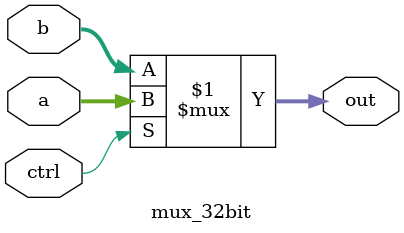
<source format=v>
module mux_32bit(a, b, ctrl, out);

	input [31:0] a, b;
	input ctrl;
	output [31:0] out;

	// If ctrl = 1 -> a
	// If ctrl = 2 -> b
	assign out = (ctrl) ? a : b;

endmodule

</source>
